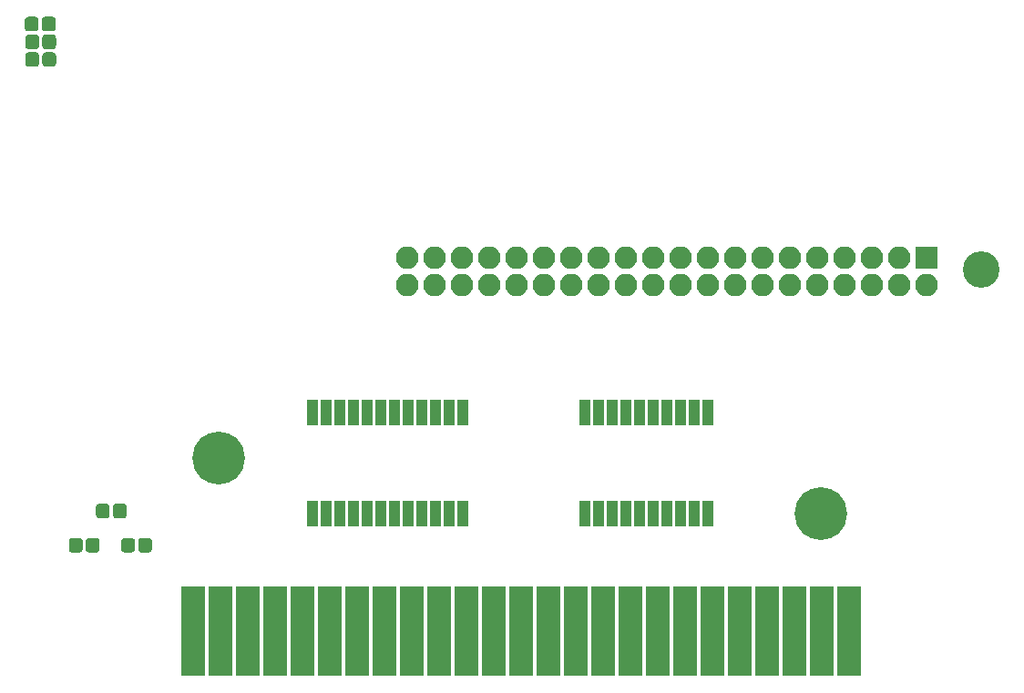
<source format=gbr>
G04 #@! TF.GenerationSoftware,KiCad,Pcbnew,5.1.5-52549c5~86~ubuntu18.04.1*
G04 #@! TF.CreationDate,2020-05-25T17:54:38+09:00*
G04 #@! TF.ProjectId,rpmpv1,72706d70-7631-42e6-9b69-6361645f7063,rev?*
G04 #@! TF.SameCoordinates,Original*
G04 #@! TF.FileFunction,Soldermask,Bot*
G04 #@! TF.FilePolarity,Negative*
%FSLAX46Y46*%
G04 Gerber Fmt 4.6, Leading zero omitted, Abs format (unit mm)*
G04 Created by KiCad (PCBNEW 5.1.5-52549c5~86~ubuntu18.04.1) date 2020-05-25 17:54:38*
%MOMM*%
%LPD*%
G04 APERTURE LIST*
%ADD10R,1.000000X2.350000*%
%ADD11R,1.000000X2.400000*%
%ADD12C,4.900000*%
%ADD13R,2.200000X8.400000*%
%ADD14C,3.400000*%
%ADD15C,0.100000*%
%ADD16R,2.100000X2.100000*%
%ADD17O,2.100000X2.100000*%
G04 APERTURE END LIST*
D10*
X174879000Y-98871500D03*
X173609000Y-98871500D03*
X172339000Y-98871500D03*
X171069000Y-98871500D03*
X169799000Y-98871500D03*
X168529000Y-98871500D03*
X167259000Y-98871500D03*
X165989000Y-98871500D03*
X164719000Y-98871500D03*
X163449000Y-98871500D03*
X163449000Y-89471500D03*
X164719000Y-89471500D03*
X165989000Y-89471500D03*
X167259000Y-89471500D03*
X168529000Y-89471500D03*
X169799000Y-89471500D03*
X171069000Y-89471500D03*
X172339000Y-89471500D03*
X173609000Y-89471500D03*
X174879000Y-89471500D03*
D11*
X152083000Y-98869500D03*
X150813000Y-98869500D03*
X149543000Y-98869500D03*
X148273000Y-98869500D03*
X147003000Y-98869500D03*
X145733000Y-98869500D03*
X144463000Y-98869500D03*
X143193000Y-98869500D03*
X141923000Y-98869500D03*
X140653000Y-98869500D03*
X139383000Y-98869500D03*
X138113000Y-98869500D03*
X138113000Y-89469500D03*
X139383000Y-89469500D03*
X140653000Y-89469500D03*
X141923000Y-89469500D03*
X143193000Y-89469500D03*
X144463000Y-89469500D03*
X145733000Y-89469500D03*
X147003000Y-89469500D03*
X148273000Y-89469500D03*
X149543000Y-89469500D03*
X150813000Y-89469500D03*
X152083000Y-89469500D03*
D12*
X185356640Y-98869440D03*
D13*
X187972840Y-109799440D03*
X185432840Y-109799440D03*
X182892840Y-109799440D03*
X180352840Y-109799440D03*
X177812840Y-109799440D03*
X175272840Y-109799440D03*
X172732840Y-109799440D03*
X170192840Y-109799440D03*
X167652840Y-109799440D03*
X165112840Y-109799440D03*
X162572840Y-109799440D03*
X160032840Y-109799440D03*
X157492840Y-109799440D03*
X154952840Y-109799440D03*
X152412840Y-109799440D03*
X149872840Y-109799440D03*
X147332840Y-109799440D03*
X144792840Y-109799440D03*
X142252840Y-109799440D03*
X139712840Y-109799440D03*
X137172840Y-109799440D03*
X134632840Y-109799440D03*
X132092840Y-109799440D03*
X129552840Y-109799440D03*
X127012840Y-109799440D03*
D12*
X129357260Y-93667520D03*
D14*
X200279000Y-76200000D03*
D15*
G36*
X118041493Y-101116535D02*
G01*
X118072435Y-101121125D01*
X118102778Y-101128725D01*
X118132230Y-101139263D01*
X118160508Y-101152638D01*
X118187338Y-101168719D01*
X118212463Y-101187353D01*
X118235640Y-101208360D01*
X118256647Y-101231537D01*
X118275281Y-101256662D01*
X118291362Y-101283492D01*
X118304737Y-101311770D01*
X118315275Y-101341222D01*
X118322875Y-101371565D01*
X118327465Y-101402507D01*
X118329000Y-101433750D01*
X118329000Y-102146250D01*
X118327465Y-102177493D01*
X118322875Y-102208435D01*
X118315275Y-102238778D01*
X118304737Y-102268230D01*
X118291362Y-102296508D01*
X118275281Y-102323338D01*
X118256647Y-102348463D01*
X118235640Y-102371640D01*
X118212463Y-102392647D01*
X118187338Y-102411281D01*
X118160508Y-102427362D01*
X118132230Y-102440737D01*
X118102778Y-102451275D01*
X118072435Y-102458875D01*
X118041493Y-102463465D01*
X118010250Y-102465000D01*
X117372750Y-102465000D01*
X117341507Y-102463465D01*
X117310565Y-102458875D01*
X117280222Y-102451275D01*
X117250770Y-102440737D01*
X117222492Y-102427362D01*
X117195662Y-102411281D01*
X117170537Y-102392647D01*
X117147360Y-102371640D01*
X117126353Y-102348463D01*
X117107719Y-102323338D01*
X117091638Y-102296508D01*
X117078263Y-102268230D01*
X117067725Y-102238778D01*
X117060125Y-102208435D01*
X117055535Y-102177493D01*
X117054000Y-102146250D01*
X117054000Y-101433750D01*
X117055535Y-101402507D01*
X117060125Y-101371565D01*
X117067725Y-101341222D01*
X117078263Y-101311770D01*
X117091638Y-101283492D01*
X117107719Y-101256662D01*
X117126353Y-101231537D01*
X117147360Y-101208360D01*
X117170537Y-101187353D01*
X117195662Y-101168719D01*
X117222492Y-101152638D01*
X117250770Y-101139263D01*
X117280222Y-101128725D01*
X117310565Y-101121125D01*
X117341507Y-101116535D01*
X117372750Y-101115000D01*
X118010250Y-101115000D01*
X118041493Y-101116535D01*
G37*
G36*
X116466493Y-101116535D02*
G01*
X116497435Y-101121125D01*
X116527778Y-101128725D01*
X116557230Y-101139263D01*
X116585508Y-101152638D01*
X116612338Y-101168719D01*
X116637463Y-101187353D01*
X116660640Y-101208360D01*
X116681647Y-101231537D01*
X116700281Y-101256662D01*
X116716362Y-101283492D01*
X116729737Y-101311770D01*
X116740275Y-101341222D01*
X116747875Y-101371565D01*
X116752465Y-101402507D01*
X116754000Y-101433750D01*
X116754000Y-102146250D01*
X116752465Y-102177493D01*
X116747875Y-102208435D01*
X116740275Y-102238778D01*
X116729737Y-102268230D01*
X116716362Y-102296508D01*
X116700281Y-102323338D01*
X116681647Y-102348463D01*
X116660640Y-102371640D01*
X116637463Y-102392647D01*
X116612338Y-102411281D01*
X116585508Y-102427362D01*
X116557230Y-102440737D01*
X116527778Y-102451275D01*
X116497435Y-102458875D01*
X116466493Y-102463465D01*
X116435250Y-102465000D01*
X115797750Y-102465000D01*
X115766507Y-102463465D01*
X115735565Y-102458875D01*
X115705222Y-102451275D01*
X115675770Y-102440737D01*
X115647492Y-102427362D01*
X115620662Y-102411281D01*
X115595537Y-102392647D01*
X115572360Y-102371640D01*
X115551353Y-102348463D01*
X115532719Y-102323338D01*
X115516638Y-102296508D01*
X115503263Y-102268230D01*
X115492725Y-102238778D01*
X115485125Y-102208435D01*
X115480535Y-102177493D01*
X115479000Y-102146250D01*
X115479000Y-101433750D01*
X115480535Y-101402507D01*
X115485125Y-101371565D01*
X115492725Y-101341222D01*
X115503263Y-101311770D01*
X115516638Y-101283492D01*
X115532719Y-101256662D01*
X115551353Y-101231537D01*
X115572360Y-101208360D01*
X115595537Y-101187353D01*
X115620662Y-101168719D01*
X115647492Y-101152638D01*
X115675770Y-101139263D01*
X115705222Y-101128725D01*
X115735565Y-101121125D01*
X115766507Y-101116535D01*
X115797750Y-101115000D01*
X116435250Y-101115000D01*
X116466493Y-101116535D01*
G37*
G36*
X112381493Y-52666535D02*
G01*
X112412435Y-52671125D01*
X112442778Y-52678725D01*
X112472230Y-52689263D01*
X112500508Y-52702638D01*
X112527338Y-52718719D01*
X112552463Y-52737353D01*
X112575640Y-52758360D01*
X112596647Y-52781537D01*
X112615281Y-52806662D01*
X112631362Y-52833492D01*
X112644737Y-52861770D01*
X112655275Y-52891222D01*
X112662875Y-52921565D01*
X112667465Y-52952507D01*
X112669000Y-52983750D01*
X112669000Y-53696250D01*
X112667465Y-53727493D01*
X112662875Y-53758435D01*
X112655275Y-53788778D01*
X112644737Y-53818230D01*
X112631362Y-53846508D01*
X112615281Y-53873338D01*
X112596647Y-53898463D01*
X112575640Y-53921640D01*
X112552463Y-53942647D01*
X112527338Y-53961281D01*
X112500508Y-53977362D01*
X112472230Y-53990737D01*
X112442778Y-54001275D01*
X112412435Y-54008875D01*
X112381493Y-54013465D01*
X112350250Y-54015000D01*
X111712750Y-54015000D01*
X111681507Y-54013465D01*
X111650565Y-54008875D01*
X111620222Y-54001275D01*
X111590770Y-53990737D01*
X111562492Y-53977362D01*
X111535662Y-53961281D01*
X111510537Y-53942647D01*
X111487360Y-53921640D01*
X111466353Y-53898463D01*
X111447719Y-53873338D01*
X111431638Y-53846508D01*
X111418263Y-53818230D01*
X111407725Y-53788778D01*
X111400125Y-53758435D01*
X111395535Y-53727493D01*
X111394000Y-53696250D01*
X111394000Y-52983750D01*
X111395535Y-52952507D01*
X111400125Y-52921565D01*
X111407725Y-52891222D01*
X111418263Y-52861770D01*
X111431638Y-52833492D01*
X111447719Y-52806662D01*
X111466353Y-52781537D01*
X111487360Y-52758360D01*
X111510537Y-52737353D01*
X111535662Y-52718719D01*
X111562492Y-52702638D01*
X111590770Y-52689263D01*
X111620222Y-52678725D01*
X111650565Y-52671125D01*
X111681507Y-52666535D01*
X111712750Y-52665000D01*
X112350250Y-52665000D01*
X112381493Y-52666535D01*
G37*
G36*
X113956493Y-52666535D02*
G01*
X113987435Y-52671125D01*
X114017778Y-52678725D01*
X114047230Y-52689263D01*
X114075508Y-52702638D01*
X114102338Y-52718719D01*
X114127463Y-52737353D01*
X114150640Y-52758360D01*
X114171647Y-52781537D01*
X114190281Y-52806662D01*
X114206362Y-52833492D01*
X114219737Y-52861770D01*
X114230275Y-52891222D01*
X114237875Y-52921565D01*
X114242465Y-52952507D01*
X114244000Y-52983750D01*
X114244000Y-53696250D01*
X114242465Y-53727493D01*
X114237875Y-53758435D01*
X114230275Y-53788778D01*
X114219737Y-53818230D01*
X114206362Y-53846508D01*
X114190281Y-53873338D01*
X114171647Y-53898463D01*
X114150640Y-53921640D01*
X114127463Y-53942647D01*
X114102338Y-53961281D01*
X114075508Y-53977362D01*
X114047230Y-53990737D01*
X114017778Y-54001275D01*
X113987435Y-54008875D01*
X113956493Y-54013465D01*
X113925250Y-54015000D01*
X113287750Y-54015000D01*
X113256507Y-54013465D01*
X113225565Y-54008875D01*
X113195222Y-54001275D01*
X113165770Y-53990737D01*
X113137492Y-53977362D01*
X113110662Y-53961281D01*
X113085537Y-53942647D01*
X113062360Y-53921640D01*
X113041353Y-53898463D01*
X113022719Y-53873338D01*
X113006638Y-53846508D01*
X112993263Y-53818230D01*
X112982725Y-53788778D01*
X112975125Y-53758435D01*
X112970535Y-53727493D01*
X112969000Y-53696250D01*
X112969000Y-52983750D01*
X112970535Y-52952507D01*
X112975125Y-52921565D01*
X112982725Y-52891222D01*
X112993263Y-52861770D01*
X113006638Y-52833492D01*
X113022719Y-52806662D01*
X113041353Y-52781537D01*
X113062360Y-52758360D01*
X113085537Y-52737353D01*
X113110662Y-52718719D01*
X113137492Y-52702638D01*
X113165770Y-52689263D01*
X113195222Y-52678725D01*
X113225565Y-52671125D01*
X113256507Y-52666535D01*
X113287750Y-52665000D01*
X113925250Y-52665000D01*
X113956493Y-52666535D01*
G37*
G36*
X113997493Y-54317535D02*
G01*
X114028435Y-54322125D01*
X114058778Y-54329725D01*
X114088230Y-54340263D01*
X114116508Y-54353638D01*
X114143338Y-54369719D01*
X114168463Y-54388353D01*
X114191640Y-54409360D01*
X114212647Y-54432537D01*
X114231281Y-54457662D01*
X114247362Y-54484492D01*
X114260737Y-54512770D01*
X114271275Y-54542222D01*
X114278875Y-54572565D01*
X114283465Y-54603507D01*
X114285000Y-54634750D01*
X114285000Y-55347250D01*
X114283465Y-55378493D01*
X114278875Y-55409435D01*
X114271275Y-55439778D01*
X114260737Y-55469230D01*
X114247362Y-55497508D01*
X114231281Y-55524338D01*
X114212647Y-55549463D01*
X114191640Y-55572640D01*
X114168463Y-55593647D01*
X114143338Y-55612281D01*
X114116508Y-55628362D01*
X114088230Y-55641737D01*
X114058778Y-55652275D01*
X114028435Y-55659875D01*
X113997493Y-55664465D01*
X113966250Y-55666000D01*
X113328750Y-55666000D01*
X113297507Y-55664465D01*
X113266565Y-55659875D01*
X113236222Y-55652275D01*
X113206770Y-55641737D01*
X113178492Y-55628362D01*
X113151662Y-55612281D01*
X113126537Y-55593647D01*
X113103360Y-55572640D01*
X113082353Y-55549463D01*
X113063719Y-55524338D01*
X113047638Y-55497508D01*
X113034263Y-55469230D01*
X113023725Y-55439778D01*
X113016125Y-55409435D01*
X113011535Y-55378493D01*
X113010000Y-55347250D01*
X113010000Y-54634750D01*
X113011535Y-54603507D01*
X113016125Y-54572565D01*
X113023725Y-54542222D01*
X113034263Y-54512770D01*
X113047638Y-54484492D01*
X113063719Y-54457662D01*
X113082353Y-54432537D01*
X113103360Y-54409360D01*
X113126537Y-54388353D01*
X113151662Y-54369719D01*
X113178492Y-54353638D01*
X113206770Y-54340263D01*
X113236222Y-54329725D01*
X113266565Y-54322125D01*
X113297507Y-54317535D01*
X113328750Y-54316000D01*
X113966250Y-54316000D01*
X113997493Y-54317535D01*
G37*
G36*
X112422493Y-54317535D02*
G01*
X112453435Y-54322125D01*
X112483778Y-54329725D01*
X112513230Y-54340263D01*
X112541508Y-54353638D01*
X112568338Y-54369719D01*
X112593463Y-54388353D01*
X112616640Y-54409360D01*
X112637647Y-54432537D01*
X112656281Y-54457662D01*
X112672362Y-54484492D01*
X112685737Y-54512770D01*
X112696275Y-54542222D01*
X112703875Y-54572565D01*
X112708465Y-54603507D01*
X112710000Y-54634750D01*
X112710000Y-55347250D01*
X112708465Y-55378493D01*
X112703875Y-55409435D01*
X112696275Y-55439778D01*
X112685737Y-55469230D01*
X112672362Y-55497508D01*
X112656281Y-55524338D01*
X112637647Y-55549463D01*
X112616640Y-55572640D01*
X112593463Y-55593647D01*
X112568338Y-55612281D01*
X112541508Y-55628362D01*
X112513230Y-55641737D01*
X112483778Y-55652275D01*
X112453435Y-55659875D01*
X112422493Y-55664465D01*
X112391250Y-55666000D01*
X111753750Y-55666000D01*
X111722507Y-55664465D01*
X111691565Y-55659875D01*
X111661222Y-55652275D01*
X111631770Y-55641737D01*
X111603492Y-55628362D01*
X111576662Y-55612281D01*
X111551537Y-55593647D01*
X111528360Y-55572640D01*
X111507353Y-55549463D01*
X111488719Y-55524338D01*
X111472638Y-55497508D01*
X111459263Y-55469230D01*
X111448725Y-55439778D01*
X111441125Y-55409435D01*
X111436535Y-55378493D01*
X111435000Y-55347250D01*
X111435000Y-54634750D01*
X111436535Y-54603507D01*
X111441125Y-54572565D01*
X111448725Y-54542222D01*
X111459263Y-54512770D01*
X111472638Y-54484492D01*
X111488719Y-54457662D01*
X111507353Y-54432537D01*
X111528360Y-54409360D01*
X111551537Y-54388353D01*
X111576662Y-54369719D01*
X111603492Y-54353638D01*
X111631770Y-54340263D01*
X111661222Y-54329725D01*
X111691565Y-54322125D01*
X111722507Y-54317535D01*
X111753750Y-54316000D01*
X112391250Y-54316000D01*
X112422493Y-54317535D01*
G37*
G36*
X112422493Y-55968535D02*
G01*
X112453435Y-55973125D01*
X112483778Y-55980725D01*
X112513230Y-55991263D01*
X112541508Y-56004638D01*
X112568338Y-56020719D01*
X112593463Y-56039353D01*
X112616640Y-56060360D01*
X112637647Y-56083537D01*
X112656281Y-56108662D01*
X112672362Y-56135492D01*
X112685737Y-56163770D01*
X112696275Y-56193222D01*
X112703875Y-56223565D01*
X112708465Y-56254507D01*
X112710000Y-56285750D01*
X112710000Y-56998250D01*
X112708465Y-57029493D01*
X112703875Y-57060435D01*
X112696275Y-57090778D01*
X112685737Y-57120230D01*
X112672362Y-57148508D01*
X112656281Y-57175338D01*
X112637647Y-57200463D01*
X112616640Y-57223640D01*
X112593463Y-57244647D01*
X112568338Y-57263281D01*
X112541508Y-57279362D01*
X112513230Y-57292737D01*
X112483778Y-57303275D01*
X112453435Y-57310875D01*
X112422493Y-57315465D01*
X112391250Y-57317000D01*
X111753750Y-57317000D01*
X111722507Y-57315465D01*
X111691565Y-57310875D01*
X111661222Y-57303275D01*
X111631770Y-57292737D01*
X111603492Y-57279362D01*
X111576662Y-57263281D01*
X111551537Y-57244647D01*
X111528360Y-57223640D01*
X111507353Y-57200463D01*
X111488719Y-57175338D01*
X111472638Y-57148508D01*
X111459263Y-57120230D01*
X111448725Y-57090778D01*
X111441125Y-57060435D01*
X111436535Y-57029493D01*
X111435000Y-56998250D01*
X111435000Y-56285750D01*
X111436535Y-56254507D01*
X111441125Y-56223565D01*
X111448725Y-56193222D01*
X111459263Y-56163770D01*
X111472638Y-56135492D01*
X111488719Y-56108662D01*
X111507353Y-56083537D01*
X111528360Y-56060360D01*
X111551537Y-56039353D01*
X111576662Y-56020719D01*
X111603492Y-56004638D01*
X111631770Y-55991263D01*
X111661222Y-55980725D01*
X111691565Y-55973125D01*
X111722507Y-55968535D01*
X111753750Y-55967000D01*
X112391250Y-55967000D01*
X112422493Y-55968535D01*
G37*
G36*
X113997493Y-55968535D02*
G01*
X114028435Y-55973125D01*
X114058778Y-55980725D01*
X114088230Y-55991263D01*
X114116508Y-56004638D01*
X114143338Y-56020719D01*
X114168463Y-56039353D01*
X114191640Y-56060360D01*
X114212647Y-56083537D01*
X114231281Y-56108662D01*
X114247362Y-56135492D01*
X114260737Y-56163770D01*
X114271275Y-56193222D01*
X114278875Y-56223565D01*
X114283465Y-56254507D01*
X114285000Y-56285750D01*
X114285000Y-56998250D01*
X114283465Y-57029493D01*
X114278875Y-57060435D01*
X114271275Y-57090778D01*
X114260737Y-57120230D01*
X114247362Y-57148508D01*
X114231281Y-57175338D01*
X114212647Y-57200463D01*
X114191640Y-57223640D01*
X114168463Y-57244647D01*
X114143338Y-57263281D01*
X114116508Y-57279362D01*
X114088230Y-57292737D01*
X114058778Y-57303275D01*
X114028435Y-57310875D01*
X113997493Y-57315465D01*
X113966250Y-57317000D01*
X113328750Y-57317000D01*
X113297507Y-57315465D01*
X113266565Y-57310875D01*
X113236222Y-57303275D01*
X113206770Y-57292737D01*
X113178492Y-57279362D01*
X113151662Y-57263281D01*
X113126537Y-57244647D01*
X113103360Y-57223640D01*
X113082353Y-57200463D01*
X113063719Y-57175338D01*
X113047638Y-57148508D01*
X113034263Y-57120230D01*
X113023725Y-57090778D01*
X113016125Y-57060435D01*
X113011535Y-57029493D01*
X113010000Y-56998250D01*
X113010000Y-56285750D01*
X113011535Y-56254507D01*
X113016125Y-56223565D01*
X113023725Y-56193222D01*
X113034263Y-56163770D01*
X113047638Y-56135492D01*
X113063719Y-56108662D01*
X113082353Y-56083537D01*
X113103360Y-56060360D01*
X113126537Y-56039353D01*
X113151662Y-56020719D01*
X113178492Y-56004638D01*
X113206770Y-55991263D01*
X113236222Y-55980725D01*
X113266565Y-55973125D01*
X113297507Y-55968535D01*
X113328750Y-55967000D01*
X113966250Y-55967000D01*
X113997493Y-55968535D01*
G37*
G36*
X120560493Y-97942035D02*
G01*
X120591435Y-97946625D01*
X120621778Y-97954225D01*
X120651230Y-97964763D01*
X120679508Y-97978138D01*
X120706338Y-97994219D01*
X120731463Y-98012853D01*
X120754640Y-98033860D01*
X120775647Y-98057037D01*
X120794281Y-98082162D01*
X120810362Y-98108992D01*
X120823737Y-98137270D01*
X120834275Y-98166722D01*
X120841875Y-98197065D01*
X120846465Y-98228007D01*
X120848000Y-98259250D01*
X120848000Y-98971750D01*
X120846465Y-99002993D01*
X120841875Y-99033935D01*
X120834275Y-99064278D01*
X120823737Y-99093730D01*
X120810362Y-99122008D01*
X120794281Y-99148838D01*
X120775647Y-99173963D01*
X120754640Y-99197140D01*
X120731463Y-99218147D01*
X120706338Y-99236781D01*
X120679508Y-99252862D01*
X120651230Y-99266237D01*
X120621778Y-99276775D01*
X120591435Y-99284375D01*
X120560493Y-99288965D01*
X120529250Y-99290500D01*
X119891750Y-99290500D01*
X119860507Y-99288965D01*
X119829565Y-99284375D01*
X119799222Y-99276775D01*
X119769770Y-99266237D01*
X119741492Y-99252862D01*
X119714662Y-99236781D01*
X119689537Y-99218147D01*
X119666360Y-99197140D01*
X119645353Y-99173963D01*
X119626719Y-99148838D01*
X119610638Y-99122008D01*
X119597263Y-99093730D01*
X119586725Y-99064278D01*
X119579125Y-99033935D01*
X119574535Y-99002993D01*
X119573000Y-98971750D01*
X119573000Y-98259250D01*
X119574535Y-98228007D01*
X119579125Y-98197065D01*
X119586725Y-98166722D01*
X119597263Y-98137270D01*
X119610638Y-98108992D01*
X119626719Y-98082162D01*
X119645353Y-98057037D01*
X119666360Y-98033860D01*
X119689537Y-98012853D01*
X119714662Y-97994219D01*
X119741492Y-97978138D01*
X119769770Y-97964763D01*
X119799222Y-97954225D01*
X119829565Y-97946625D01*
X119860507Y-97942035D01*
X119891750Y-97940500D01*
X120529250Y-97940500D01*
X120560493Y-97942035D01*
G37*
G36*
X118985493Y-97942035D02*
G01*
X119016435Y-97946625D01*
X119046778Y-97954225D01*
X119076230Y-97964763D01*
X119104508Y-97978138D01*
X119131338Y-97994219D01*
X119156463Y-98012853D01*
X119179640Y-98033860D01*
X119200647Y-98057037D01*
X119219281Y-98082162D01*
X119235362Y-98108992D01*
X119248737Y-98137270D01*
X119259275Y-98166722D01*
X119266875Y-98197065D01*
X119271465Y-98228007D01*
X119273000Y-98259250D01*
X119273000Y-98971750D01*
X119271465Y-99002993D01*
X119266875Y-99033935D01*
X119259275Y-99064278D01*
X119248737Y-99093730D01*
X119235362Y-99122008D01*
X119219281Y-99148838D01*
X119200647Y-99173963D01*
X119179640Y-99197140D01*
X119156463Y-99218147D01*
X119131338Y-99236781D01*
X119104508Y-99252862D01*
X119076230Y-99266237D01*
X119046778Y-99276775D01*
X119016435Y-99284375D01*
X118985493Y-99288965D01*
X118954250Y-99290500D01*
X118316750Y-99290500D01*
X118285507Y-99288965D01*
X118254565Y-99284375D01*
X118224222Y-99276775D01*
X118194770Y-99266237D01*
X118166492Y-99252862D01*
X118139662Y-99236781D01*
X118114537Y-99218147D01*
X118091360Y-99197140D01*
X118070353Y-99173963D01*
X118051719Y-99148838D01*
X118035638Y-99122008D01*
X118022263Y-99093730D01*
X118011725Y-99064278D01*
X118004125Y-99033935D01*
X117999535Y-99002993D01*
X117998000Y-98971750D01*
X117998000Y-98259250D01*
X117999535Y-98228007D01*
X118004125Y-98197065D01*
X118011725Y-98166722D01*
X118022263Y-98137270D01*
X118035638Y-98108992D01*
X118051719Y-98082162D01*
X118070353Y-98057037D01*
X118091360Y-98033860D01*
X118114537Y-98012853D01*
X118139662Y-97994219D01*
X118166492Y-97978138D01*
X118194770Y-97964763D01*
X118224222Y-97954225D01*
X118254565Y-97946625D01*
X118285507Y-97942035D01*
X118316750Y-97940500D01*
X118954250Y-97940500D01*
X118985493Y-97942035D01*
G37*
G36*
X121334493Y-101116535D02*
G01*
X121365435Y-101121125D01*
X121395778Y-101128725D01*
X121425230Y-101139263D01*
X121453508Y-101152638D01*
X121480338Y-101168719D01*
X121505463Y-101187353D01*
X121528640Y-101208360D01*
X121549647Y-101231537D01*
X121568281Y-101256662D01*
X121584362Y-101283492D01*
X121597737Y-101311770D01*
X121608275Y-101341222D01*
X121615875Y-101371565D01*
X121620465Y-101402507D01*
X121622000Y-101433750D01*
X121622000Y-102146250D01*
X121620465Y-102177493D01*
X121615875Y-102208435D01*
X121608275Y-102238778D01*
X121597737Y-102268230D01*
X121584362Y-102296508D01*
X121568281Y-102323338D01*
X121549647Y-102348463D01*
X121528640Y-102371640D01*
X121505463Y-102392647D01*
X121480338Y-102411281D01*
X121453508Y-102427362D01*
X121425230Y-102440737D01*
X121395778Y-102451275D01*
X121365435Y-102458875D01*
X121334493Y-102463465D01*
X121303250Y-102465000D01*
X120665750Y-102465000D01*
X120634507Y-102463465D01*
X120603565Y-102458875D01*
X120573222Y-102451275D01*
X120543770Y-102440737D01*
X120515492Y-102427362D01*
X120488662Y-102411281D01*
X120463537Y-102392647D01*
X120440360Y-102371640D01*
X120419353Y-102348463D01*
X120400719Y-102323338D01*
X120384638Y-102296508D01*
X120371263Y-102268230D01*
X120360725Y-102238778D01*
X120353125Y-102208435D01*
X120348535Y-102177493D01*
X120347000Y-102146250D01*
X120347000Y-101433750D01*
X120348535Y-101402507D01*
X120353125Y-101371565D01*
X120360725Y-101341222D01*
X120371263Y-101311770D01*
X120384638Y-101283492D01*
X120400719Y-101256662D01*
X120419353Y-101231537D01*
X120440360Y-101208360D01*
X120463537Y-101187353D01*
X120488662Y-101168719D01*
X120515492Y-101152638D01*
X120543770Y-101139263D01*
X120573222Y-101128725D01*
X120603565Y-101121125D01*
X120634507Y-101116535D01*
X120665750Y-101115000D01*
X121303250Y-101115000D01*
X121334493Y-101116535D01*
G37*
G36*
X122909493Y-101116535D02*
G01*
X122940435Y-101121125D01*
X122970778Y-101128725D01*
X123000230Y-101139263D01*
X123028508Y-101152638D01*
X123055338Y-101168719D01*
X123080463Y-101187353D01*
X123103640Y-101208360D01*
X123124647Y-101231537D01*
X123143281Y-101256662D01*
X123159362Y-101283492D01*
X123172737Y-101311770D01*
X123183275Y-101341222D01*
X123190875Y-101371565D01*
X123195465Y-101402507D01*
X123197000Y-101433750D01*
X123197000Y-102146250D01*
X123195465Y-102177493D01*
X123190875Y-102208435D01*
X123183275Y-102238778D01*
X123172737Y-102268230D01*
X123159362Y-102296508D01*
X123143281Y-102323338D01*
X123124647Y-102348463D01*
X123103640Y-102371640D01*
X123080463Y-102392647D01*
X123055338Y-102411281D01*
X123028508Y-102427362D01*
X123000230Y-102440737D01*
X122970778Y-102451275D01*
X122940435Y-102458875D01*
X122909493Y-102463465D01*
X122878250Y-102465000D01*
X122240750Y-102465000D01*
X122209507Y-102463465D01*
X122178565Y-102458875D01*
X122148222Y-102451275D01*
X122118770Y-102440737D01*
X122090492Y-102427362D01*
X122063662Y-102411281D01*
X122038537Y-102392647D01*
X122015360Y-102371640D01*
X121994353Y-102348463D01*
X121975719Y-102323338D01*
X121959638Y-102296508D01*
X121946263Y-102268230D01*
X121935725Y-102238778D01*
X121928125Y-102208435D01*
X121923535Y-102177493D01*
X121922000Y-102146250D01*
X121922000Y-101433750D01*
X121923535Y-101402507D01*
X121928125Y-101371565D01*
X121935725Y-101341222D01*
X121946263Y-101311770D01*
X121959638Y-101283492D01*
X121975719Y-101256662D01*
X121994353Y-101231537D01*
X122015360Y-101208360D01*
X122038537Y-101187353D01*
X122063662Y-101168719D01*
X122090492Y-101152638D01*
X122118770Y-101139263D01*
X122148222Y-101128725D01*
X122178565Y-101121125D01*
X122209507Y-101116535D01*
X122240750Y-101115000D01*
X122878250Y-101115000D01*
X122909493Y-101116535D01*
G37*
D16*
X195199000Y-75057000D03*
D17*
X195199000Y-77597000D03*
X192659000Y-75057000D03*
X192659000Y-77597000D03*
X190119000Y-75057000D03*
X190119000Y-77597000D03*
X187579000Y-75057000D03*
X187579000Y-77597000D03*
X185039000Y-75057000D03*
X185039000Y-77597000D03*
X182499000Y-75057000D03*
X182499000Y-77597000D03*
X179959000Y-75057000D03*
X179959000Y-77597000D03*
X177419000Y-75057000D03*
X177419000Y-77597000D03*
X174879000Y-75057000D03*
X174879000Y-77597000D03*
X172339000Y-75057000D03*
X172339000Y-77597000D03*
X169799000Y-75057000D03*
X169799000Y-77597000D03*
X167259000Y-75057000D03*
X167259000Y-77597000D03*
X164719000Y-75057000D03*
X164719000Y-77597000D03*
X162179000Y-75057000D03*
X162179000Y-77597000D03*
X159639000Y-75057000D03*
X159639000Y-77597000D03*
X157099000Y-75057000D03*
X157099000Y-77597000D03*
X154559000Y-75057000D03*
X154559000Y-77597000D03*
X152019000Y-75057000D03*
X152019000Y-77597000D03*
X149479000Y-75057000D03*
X149479000Y-77597000D03*
X146939000Y-75057000D03*
X146939000Y-77597000D03*
M02*

</source>
